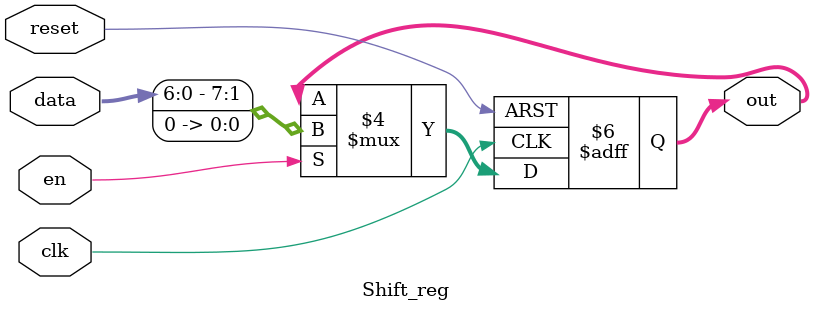
<source format=sv>
`timescale 1ns / 1ps


module Shift_reg #(parameter n = 8)(
input logic clk,
input logic reset,
input logic en,
input logic [n-1:0] data,
output logic [n-1:0] out
    );
    
    always @(posedge clk, negedge reset) begin
        if (!reset)
            out <= 0;
        else if (en)
            out <= data << 1'b1;
    end

endmodule

</source>
